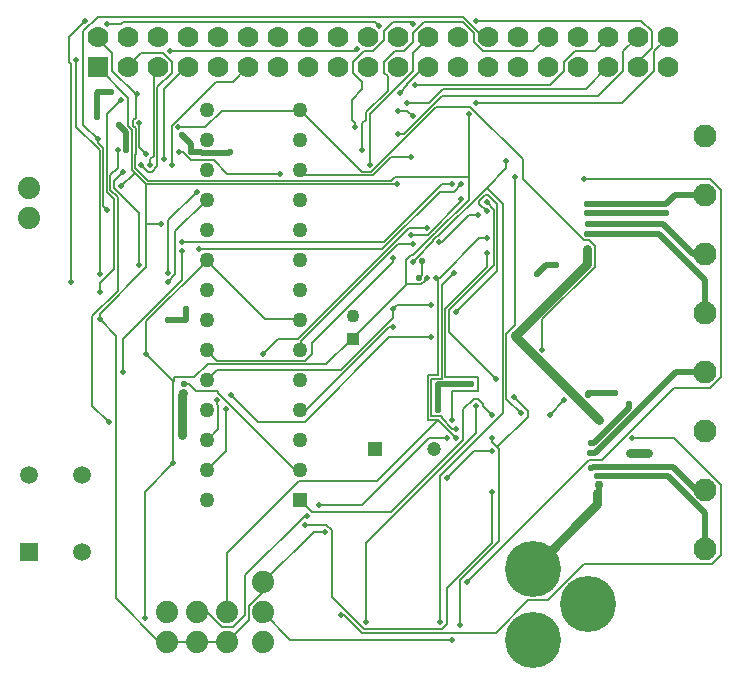
<source format=gbr>
G04 EAGLE Gerber RS-274X export*
G75*
%MOIN*%
%FSLAX34Y34*%
%LPD*%
%INBottom Copper*%
%IPPOS*%
%AMOC8*
5,1,8,0,0,1.08239X$1,22.5*%
G01*
%ADD10R,0.047244X0.047244*%
%ADD11C,0.047244*%
%ADD12R,0.043307X0.043307*%
%ADD13C,0.043307*%
%ADD14C,0.186732*%
%ADD15C,0.076772*%
%ADD16C,0.074000*%
%ADD17R,0.059055X0.059055*%
%ADD18C,0.059055*%
%ADD19R,0.050197X0.050197*%
%ADD20C,0.050197*%
%ADD21R,0.070000X0.070000*%
%ADD22C,0.070000*%
%ADD23C,0.006000*%
%ADD24C,0.020000*%
%ADD25C,0.022000*%
%ADD26C,0.030000*%
%ADD27C,0.030000*%
%ADD28C,0.020000*%


D10*
X12550Y7457D03*
D11*
X14519Y7457D03*
D12*
X11800Y11100D03*
D13*
X11800Y11887D03*
D14*
X17794Y3446D03*
X17794Y1084D03*
X19644Y2265D03*
D15*
X23550Y4095D03*
X23550Y6063D03*
X23550Y8032D03*
X23550Y10000D03*
X23550Y11969D03*
X23550Y13937D03*
X23550Y15906D03*
X23550Y17874D03*
D16*
X1000Y15140D03*
X1000Y16140D03*
D17*
X1000Y4000D03*
D18*
X1000Y6559D03*
X2772Y4000D03*
X2772Y6559D03*
D19*
X10059Y5726D03*
D20*
X10059Y6726D03*
X10059Y11726D03*
X10059Y12726D03*
X10059Y7726D03*
X10059Y8726D03*
X10059Y10726D03*
X10059Y9726D03*
X10059Y13726D03*
X10059Y14726D03*
X10059Y15726D03*
X10059Y16726D03*
X10059Y17726D03*
X10059Y18726D03*
X6941Y18726D03*
X6941Y17726D03*
X6941Y16726D03*
X6941Y15726D03*
X6941Y14726D03*
X6941Y13726D03*
X6941Y12726D03*
X6941Y11726D03*
X6941Y10726D03*
X6941Y9726D03*
X6941Y8726D03*
X6941Y7726D03*
X6941Y6726D03*
X6941Y5726D03*
D21*
X3295Y20169D03*
D22*
X3295Y21169D03*
X4295Y20169D03*
X4295Y21169D03*
X5295Y20169D03*
X5295Y21169D03*
X6295Y20169D03*
X6295Y21169D03*
X7295Y20169D03*
X7295Y21169D03*
X8295Y20169D03*
X8295Y21169D03*
X9295Y20169D03*
X9295Y21169D03*
X10295Y20169D03*
X10295Y21169D03*
X11295Y20169D03*
X11295Y21169D03*
X12295Y20169D03*
X12295Y21169D03*
X13295Y20169D03*
X13295Y21169D03*
X14295Y20169D03*
X14295Y21169D03*
X15295Y20169D03*
X15295Y21169D03*
X16295Y20169D03*
X16295Y21169D03*
X17295Y20169D03*
X17295Y21169D03*
X18295Y20169D03*
X18295Y21169D03*
X19295Y20169D03*
X19295Y21169D03*
X20295Y20169D03*
X20295Y21169D03*
X21295Y20169D03*
X21295Y21169D03*
X22295Y20169D03*
X22295Y21169D03*
D16*
X7600Y2000D03*
X7600Y1000D03*
X6600Y2000D03*
X6600Y1000D03*
X5600Y2000D03*
X5600Y1000D03*
X8800Y1000D03*
X8800Y2000D03*
X8800Y3000D03*
D23*
X4920Y10620D02*
X4920Y11700D01*
X6900Y13680D01*
X6941Y13726D01*
X5820Y9720D02*
X5820Y6960D01*
X5820Y9720D02*
X4920Y10620D01*
X4860Y6000D02*
X4860Y1800D01*
X4860Y6000D02*
X5820Y6960D01*
X8880Y11760D02*
X10020Y11760D01*
X8880Y11760D02*
X6960Y13680D01*
X10020Y11760D02*
X10059Y11726D01*
X6960Y13680D02*
X6941Y13726D01*
X4560Y19260D02*
X3780Y20040D01*
X3780Y20640D01*
X3300Y21120D01*
X3295Y21169D01*
X11800Y11130D02*
X13606Y12936D01*
X11800Y11130D02*
X11800Y11100D01*
X15660Y16500D02*
X15660Y18600D01*
X13740Y13920D02*
X13560Y13740D01*
X13560Y12983D01*
X4560Y18480D02*
X4560Y19260D01*
X4980Y16380D02*
X13080Y16380D01*
X13200Y16500D01*
X15660Y16500D01*
X4620Y19260D02*
X4560Y19260D01*
X6960Y10260D02*
X10920Y10260D01*
X11760Y11100D01*
X11800Y11100D01*
D24*
X4920Y10620D03*
X5820Y6960D03*
X4860Y1800D03*
X4620Y19260D03*
X14280Y13140D03*
X15660Y18600D03*
D23*
X5835Y9825D02*
X5835Y9720D01*
X5820Y9720D01*
X6525Y9825D02*
X6960Y10260D01*
X6525Y9825D02*
X5835Y9825D01*
X13740Y13920D02*
X13822Y13920D01*
X14552Y14650D02*
X14559Y14650D01*
X15660Y15751D01*
X15660Y16500D01*
X14552Y14650D02*
X13822Y13920D01*
X13606Y12936D02*
X14093Y12936D01*
X14210Y13053D01*
X14210Y13070D01*
X14280Y13140D01*
X13606Y12936D02*
X13560Y12983D01*
X4570Y17267D02*
X4570Y17533D01*
X4560Y17543D01*
X4550Y16810D02*
X4980Y16380D01*
X4550Y16810D02*
X4550Y17247D01*
X4570Y17267D01*
X4490Y18410D02*
X4560Y18480D01*
X4490Y18198D02*
X4560Y18128D01*
X4490Y18198D02*
X4490Y18410D01*
X4560Y18128D02*
X4560Y17543D01*
X10500Y4680D02*
X10860Y4680D01*
X10500Y4680D02*
X8820Y3000D01*
X8800Y3000D01*
X6600Y1020D02*
X5640Y1020D01*
X5600Y1000D01*
X6600Y1020D02*
X7560Y1020D01*
X7600Y1000D01*
X6600Y1020D02*
X6600Y1000D01*
X8760Y2640D02*
X8760Y3000D01*
X8760Y2640D02*
X8340Y2220D01*
X8340Y1740D01*
X7600Y1000D01*
X8760Y3000D02*
X8800Y3000D01*
X13320Y18720D02*
X13620Y18720D01*
X13800Y18540D01*
X3360Y11940D02*
X3360Y11760D01*
X3360Y11940D02*
X4920Y13500D01*
X4920Y14940D02*
X4920Y16260D01*
X4920Y14940D02*
X4920Y13500D01*
X4920Y16260D02*
X4500Y16680D01*
X4320Y19140D02*
X3300Y20160D01*
X3295Y20169D01*
X4920Y14940D02*
X5400Y14940D01*
X4920Y16260D02*
X13260Y16260D01*
X4500Y16620D02*
X4080Y16200D01*
X4500Y16620D02*
X4500Y16680D01*
X5340Y1020D02*
X5580Y1020D01*
X5340Y1020D02*
X3900Y2460D01*
X3900Y11220D01*
X3360Y11760D01*
X5580Y1020D02*
X5600Y1000D01*
D24*
X10860Y4680D03*
X13320Y18720D03*
X13800Y18540D03*
X3360Y11760D03*
X5400Y14940D03*
X13260Y16260D03*
X4080Y16200D03*
D23*
X4450Y17483D02*
X4440Y17493D01*
X4450Y17483D02*
X4450Y17317D01*
X4430Y17297D01*
X4430Y16750D01*
X4500Y16680D01*
X4320Y18199D02*
X4320Y19140D01*
X4320Y18199D02*
X4440Y18079D01*
X4440Y17493D01*
X4740Y16920D02*
X4980Y16680D01*
X5100Y16680D01*
X5280Y16860D01*
X5280Y19500D01*
X5760Y19980D01*
X5760Y20340D01*
X5460Y20640D01*
X4740Y20640D01*
X4320Y20220D01*
X4295Y20169D01*
D24*
X4740Y16920D03*
D23*
X5040Y16920D02*
X5040Y17100D01*
X5160Y17220D01*
X5160Y20040D01*
X5280Y20160D01*
X5295Y20169D01*
D24*
X5040Y16920D03*
D23*
X5520Y17100D02*
X5520Y19440D01*
X6240Y20160D01*
X6295Y20169D01*
D24*
X5520Y17100D03*
D23*
X7800Y19680D02*
X8280Y20160D01*
X8295Y20169D01*
D24*
X5760Y16920D03*
D23*
X7229Y19680D02*
X7800Y19680D01*
X7229Y19680D02*
X5760Y18211D01*
X5760Y16920D01*
X3360Y17400D02*
X3360Y13260D01*
X3360Y17400D02*
X2580Y18180D01*
X2580Y20400D01*
D24*
X3360Y13260D03*
X2580Y20400D03*
D23*
X2400Y20280D02*
X2400Y13020D01*
X2400Y20280D02*
X2340Y20340D01*
X2340Y21180D01*
X2880Y21720D01*
X3600Y21600D02*
X4080Y21600D01*
X4140Y21660D01*
X12540Y21660D01*
X12660Y21540D01*
D24*
X2400Y13020D03*
X2880Y21720D03*
X3600Y21600D03*
X12660Y21540D03*
D23*
X13620Y19560D02*
X13380Y19320D01*
X13620Y19560D02*
X13620Y19620D01*
X14160Y20160D01*
X14280Y20160D01*
X14295Y20169D01*
D24*
X13380Y19320D03*
D23*
X11880Y20700D02*
X5700Y20700D01*
X11880Y20700D02*
X11940Y20760D01*
D24*
X5700Y20700D03*
X11940Y20760D03*
D23*
X12780Y14100D02*
X6660Y14100D01*
X12780Y14100D02*
X14700Y16020D01*
X15180Y16020D01*
X15420Y16260D01*
D24*
X6660Y14100D03*
X15420Y16260D03*
D23*
X12840Y14340D02*
X6120Y14340D01*
X12840Y14340D02*
X14760Y16260D01*
X15120Y16260D01*
D24*
X6120Y14340D03*
X15120Y16260D03*
D23*
X14340Y18960D02*
X13620Y18960D01*
X14340Y18960D02*
X14820Y19440D01*
X19560Y19440D01*
X20280Y20160D01*
X20295Y20169D01*
D24*
X13620Y18960D03*
D23*
X11880Y18300D02*
X11880Y18180D01*
X11880Y18300D02*
X11760Y18420D01*
X11760Y19080D01*
X12120Y19440D01*
X12120Y19680D01*
X11820Y19980D01*
X11820Y20340D01*
X12180Y20700D01*
X12480Y20700D01*
X12840Y21060D01*
X12840Y21360D01*
X13140Y21660D01*
X13740Y21660D01*
X13800Y21600D01*
X15900Y21720D02*
X21420Y21720D01*
X21780Y21360D01*
X21780Y20820D01*
X21300Y20340D01*
X21300Y20220D01*
X21295Y20169D01*
D24*
X11880Y18180D03*
X13800Y21600D03*
X15900Y21720D03*
D23*
X12360Y18600D02*
X12360Y16920D01*
X12360Y18600D02*
X13800Y20040D01*
X13800Y20640D01*
X14280Y21120D01*
X14295Y21169D01*
D24*
X12360Y16920D03*
D23*
X3300Y17640D02*
X3300Y17760D01*
X3300Y17640D02*
X3480Y17460D01*
X3480Y15540D01*
X3600Y15420D01*
X16140Y21180D02*
X16260Y21180D01*
X16140Y21180D02*
X15480Y21840D01*
X3300Y21840D01*
X2820Y21360D01*
X2820Y18240D01*
X3300Y17760D01*
X16260Y21180D02*
X16295Y21169D01*
D24*
X3300Y17760D03*
X3600Y15420D03*
D23*
X12120Y17400D02*
X12120Y18300D01*
X12240Y18420D01*
X12240Y18660D01*
X12960Y19380D01*
X12960Y19860D01*
X12840Y19980D01*
X12840Y20340D01*
X13200Y20700D01*
X13500Y20700D01*
X13800Y21000D01*
X13800Y21300D01*
X14160Y21660D01*
X15480Y21660D01*
X15840Y21300D01*
X15840Y21000D01*
X16140Y20700D01*
X17820Y20700D01*
X18240Y21120D01*
X18295Y21169D01*
D24*
X12120Y17400D03*
D23*
X13860Y19560D02*
X18360Y19560D01*
X18840Y20040D01*
X18840Y20340D01*
X19200Y20700D01*
X19860Y20700D01*
X20280Y21120D01*
X20295Y21169D01*
D24*
X13860Y19560D03*
D23*
X13500Y17940D02*
X13320Y17940D01*
X13500Y17940D02*
X14760Y19200D01*
X19980Y19200D01*
X20820Y20040D01*
X20820Y20700D01*
X21240Y21120D01*
X21295Y21169D01*
D24*
X13320Y17940D03*
D23*
X15900Y18960D02*
X20760Y18960D01*
X21840Y20040D01*
X21840Y20700D01*
X22260Y21120D01*
X22295Y21169D01*
D24*
X15900Y18960D03*
D23*
X16140Y8880D02*
X16440Y8580D01*
X16140Y8880D02*
X16140Y8940D01*
X15960Y9120D01*
X15840Y9120D01*
X15480Y8760D01*
X15480Y7740D01*
X13080Y5340D01*
X10440Y5340D01*
X10080Y5700D01*
X10059Y5726D01*
X17220Y11580D02*
X17220Y16500D01*
X17220Y11580D02*
X16920Y11280D01*
X16920Y9120D01*
X17400Y8640D01*
D24*
X16440Y8580D03*
X17220Y16500D03*
X17400Y8640D03*
D23*
X3720Y16080D02*
X3720Y16560D01*
X3720Y16080D02*
X3960Y15840D01*
X3960Y12720D01*
X3120Y11880D01*
X3120Y8880D01*
X3660Y8340D01*
D24*
X3660Y8340D03*
X3980Y17400D03*
D23*
X3980Y16820D02*
X3720Y16560D01*
X3980Y16820D02*
X3980Y17400D01*
X7560Y8760D02*
X7560Y7380D01*
X6960Y6780D01*
X6941Y6726D01*
D24*
X4680Y18300D03*
X4920Y17280D03*
X6000Y17340D03*
X9360Y16620D03*
X7560Y8760D03*
D23*
X4920Y17280D02*
X4690Y17510D01*
X4690Y17582D01*
X4680Y17592D01*
X4680Y18300D01*
X6000Y17340D02*
X6127Y17340D01*
X6401Y17067D01*
X7610Y16620D02*
X9360Y16620D01*
X7610Y16620D02*
X7163Y17067D01*
X6401Y17067D01*
X15660Y15240D02*
X15960Y15240D01*
X15660Y15240D02*
X14760Y14340D01*
X14280Y14820D02*
X13680Y14820D01*
X9960Y11100D01*
X9300Y11100D01*
X8820Y10620D01*
X7260Y9060D02*
X7260Y8940D01*
X7320Y8880D01*
X7320Y8100D01*
X6960Y7740D01*
X6941Y7726D01*
D24*
X15960Y15240D03*
X14280Y14820D03*
X8820Y10620D03*
X7260Y9060D03*
X14680Y14340D03*
D23*
X14760Y14340D01*
X16020Y15600D02*
X16260Y15360D01*
X16020Y15600D02*
X16020Y15720D01*
X16200Y15900D01*
X16320Y15900D01*
X16620Y15600D01*
X16620Y13380D01*
X15240Y12000D01*
X14400Y11160D02*
X13020Y11160D01*
X10200Y8340D01*
X8640Y8340D01*
X7740Y9240D01*
D24*
X16260Y15360D03*
X15240Y12000D03*
X14400Y11160D03*
X7740Y9240D03*
D23*
X5640Y13020D02*
X5880Y13260D01*
X5880Y14700D01*
X6900Y15720D01*
X6941Y15726D01*
D24*
X5640Y13020D03*
D23*
X5640Y13320D02*
X5640Y15060D01*
X6600Y16020D01*
D24*
X5640Y13320D03*
X6600Y16020D03*
D23*
X4680Y15300D02*
X4680Y13560D01*
X4680Y15300D02*
X3840Y16140D01*
X3840Y16380D01*
X4140Y16680D01*
D24*
X4680Y13560D03*
X4140Y16680D03*
D23*
X18120Y11760D02*
X18120Y10740D01*
X18120Y11760D02*
X19860Y13500D01*
X19860Y14220D01*
X19680Y14400D01*
X19500Y14400D01*
X17460Y16440D01*
X17460Y17100D01*
X15720Y18840D01*
X14580Y18840D01*
X12420Y16680D01*
X12120Y16680D01*
X10080Y18720D01*
X10059Y18726D01*
X10020Y18720D02*
X7440Y18720D01*
X10020Y18720D02*
X10059Y18726D01*
D24*
X18120Y10740D03*
X5978Y18160D03*
D23*
X6880Y18160D02*
X7440Y18720D01*
X6880Y18160D02*
X5978Y18160D01*
X9840Y6780D02*
X10020Y6780D01*
X9840Y6780D02*
X7320Y9300D01*
X10020Y6780D02*
X10059Y6726D01*
X7320Y9300D02*
X7320Y9360D01*
X6575Y9360D01*
D25*
X6160Y9620D03*
D23*
X6180Y9600D01*
X6335Y9600D01*
X6575Y9360D01*
X6120Y13080D02*
X6120Y14040D01*
X6120Y13080D02*
X4140Y11100D01*
X4140Y10020D01*
D24*
X6120Y14040D03*
X4140Y10020D03*
D23*
X13080Y17160D02*
X13740Y17160D01*
X13080Y17160D02*
X12480Y16560D01*
X10200Y16560D01*
X10080Y16680D01*
X10059Y16726D01*
D24*
X13740Y17160D03*
D23*
X15840Y7380D02*
X16440Y7380D01*
X15840Y7380D02*
X14940Y6480D01*
D24*
X16440Y7380D03*
X14940Y6480D03*
D26*
X20000Y8400D03*
D27*
X17200Y11200D01*
D26*
X17200Y11200D03*
D27*
X19600Y13600D01*
X19600Y14118D01*
D28*
X20000Y6028D02*
X19954Y5983D01*
D26*
X20000Y6230D03*
D28*
X20000Y6028D01*
D25*
X19600Y14118D03*
D27*
X19954Y5983D02*
X19954Y5607D01*
X17794Y3446D01*
D23*
X3360Y12660D02*
X3360Y12960D01*
X3840Y13440D01*
X3840Y15780D01*
X3600Y16020D01*
X3600Y18600D01*
X4080Y19080D01*
D24*
X3360Y12660D03*
X4080Y19080D03*
D25*
X19950Y6550D03*
D28*
X23550Y5294D02*
X23550Y4095D01*
X22294Y6550D02*
X19950Y6550D01*
X22294Y6550D02*
X23550Y5294D01*
X22463Y6850D02*
X19800Y6850D01*
X23250Y6063D02*
X23550Y6063D01*
X23250Y6063D02*
X22463Y6850D01*
D25*
X19750Y6815D03*
D28*
X19765Y6815D01*
X19800Y6850D01*
D25*
X19700Y7300D03*
D28*
X22568Y10000D02*
X23550Y10000D01*
X22568Y10000D02*
X19868Y7300D01*
X19700Y7300D01*
D25*
X19750Y7650D03*
D28*
X19850Y7650D02*
X21000Y8800D01*
X19850Y7650D02*
X19750Y7650D01*
X21000Y8800D02*
X21000Y8950D01*
D25*
X21000Y8950D03*
D23*
X16440Y6000D02*
X16440Y4320D01*
X14940Y2820D01*
X14940Y1620D01*
X14760Y1440D01*
X12180Y1440D01*
X11100Y2520D01*
X11100Y4740D01*
X10920Y4920D01*
X10200Y4920D01*
X16260Y13500D02*
X16260Y13980D01*
X16260Y13500D02*
X14880Y12120D01*
D24*
X16440Y6000D03*
X10200Y4920D03*
X16260Y13980D03*
X15120Y8400D03*
D23*
X15975Y9375D02*
X15975Y9825D01*
X15120Y9375D02*
X15120Y8400D01*
X14880Y9825D02*
X14880Y12120D01*
X15120Y9375D02*
X15975Y9375D01*
X15975Y9825D02*
X14880Y9825D01*
X15120Y8100D02*
X15240Y8100D01*
X15120Y8100D02*
X14760Y8460D01*
X14760Y12900D02*
X15180Y13320D01*
X6960Y1980D02*
X6600Y1980D01*
X6960Y1980D02*
X7440Y1500D01*
X7800Y1500D01*
X8220Y1920D01*
X8220Y3240D01*
X10200Y5220D01*
X10260Y5220D01*
X10680Y5580D02*
X12120Y5580D01*
X14340Y7800D01*
X14940Y7800D01*
X6600Y2000D02*
X6600Y1980D01*
D24*
X15240Y8100D03*
X15180Y13320D03*
X10260Y5220D03*
X10680Y5580D03*
X14940Y7800D03*
D23*
X14760Y9790D02*
X14760Y12900D01*
X14760Y8525D02*
X14425Y8525D01*
X14760Y8525D02*
X14760Y8460D01*
X14760Y9790D02*
X14425Y9790D01*
X14425Y8525D01*
X14640Y13140D02*
X14700Y13140D01*
X16020Y14460D01*
X16260Y14460D01*
X14640Y8400D02*
X15240Y7800D01*
X14640Y13140D02*
X14580Y13140D01*
X7620Y3960D02*
X7620Y2040D01*
X7620Y3960D02*
X10020Y6360D01*
X12600Y6360D01*
X14640Y8400D01*
X7620Y2040D02*
X7600Y2000D01*
D24*
X14580Y13140D03*
X16260Y14460D03*
X15240Y7800D03*
D23*
X14640Y9910D02*
X14640Y13140D01*
X14640Y8405D02*
X14305Y8405D01*
X14640Y8405D02*
X14640Y8400D01*
X14640Y9910D02*
X14305Y9910D01*
X14305Y8405D01*
X16440Y7800D02*
X16440Y7680D01*
X16620Y7500D02*
X16680Y7440D01*
X16620Y7500D02*
X16440Y7680D01*
X16680Y7440D02*
X16680Y4380D01*
X15360Y3060D01*
X15360Y1560D01*
X15120Y1080D02*
X9720Y1080D01*
X8800Y2000D01*
X16500Y15420D02*
X16260Y15660D01*
X16500Y15420D02*
X16500Y13560D01*
X15000Y12060D01*
X15000Y11340D01*
X16560Y9780D01*
X17160Y9180D02*
X17640Y8700D01*
X17640Y8520D01*
X16620Y7500D01*
D24*
X16440Y7800D03*
X15360Y1560D03*
X15120Y1080D03*
X16260Y15660D03*
X16560Y9780D03*
X17160Y9180D03*
D25*
X17950Y13280D03*
X18584Y13566D03*
D28*
X18236Y13566D02*
X17950Y13280D01*
X18236Y13566D02*
X18584Y13566D01*
D25*
X19600Y14600D03*
D28*
X22019Y14600D01*
X23550Y13069D02*
X23550Y11969D01*
X23550Y13069D02*
X22019Y14600D01*
D25*
X19650Y14950D03*
D28*
X22137Y14950D01*
X23150Y13937D02*
X23550Y13937D01*
X23150Y13937D02*
X22137Y14950D01*
D25*
X19600Y15300D03*
D28*
X22250Y15300D01*
D25*
X22250Y15300D03*
X19600Y15600D03*
D28*
X22244Y15600D01*
X22550Y15906D02*
X23550Y15906D01*
X22550Y15906D02*
X22244Y15600D01*
D23*
X18840Y9060D02*
X18360Y8580D01*
D24*
X18840Y9060D03*
X18360Y8580D03*
D25*
X6100Y8700D03*
D27*
X6100Y7900D01*
D25*
X6100Y7900D03*
X19650Y9250D03*
D28*
X19650Y9300D01*
X20550Y9300D01*
D25*
X20550Y9300D03*
X3270Y18506D03*
D28*
X3306Y19350D02*
X3750Y19350D01*
D25*
X3750Y19350D03*
X3306Y19350D03*
X15750Y9600D03*
D28*
X14650Y9600D01*
X14650Y8750D01*
D25*
X14650Y8750D03*
X5650Y11746D03*
D28*
X6250Y11746D01*
X6250Y12100D01*
D25*
X6250Y12100D03*
D27*
X6100Y9250D02*
X6100Y8700D01*
X6100Y9250D02*
X6150Y9300D01*
D25*
X6150Y9300D03*
X21050Y7300D03*
D27*
X21650Y7300D01*
D25*
X21650Y7300D03*
X14100Y13700D03*
D23*
X14100Y13250D01*
X14010Y13160D01*
D25*
X14010Y13136D03*
D23*
X14010Y13160D02*
X14010Y13160D01*
X14010Y13136D01*
D25*
X4000Y18250D03*
D28*
X4250Y18000D02*
X4250Y17400D01*
D25*
X4250Y17400D03*
X6100Y17900D03*
D28*
X6400Y17600D01*
X6400Y17350D01*
D25*
X6400Y17350D03*
D28*
X4250Y18000D02*
X4000Y18250D01*
X3270Y18506D02*
X3270Y19314D01*
X3306Y19350D01*
D25*
X7700Y17350D03*
D28*
X6735Y17350D02*
X6400Y17350D01*
X6735Y17350D02*
X6771Y17315D01*
X7665Y17315D02*
X7700Y17350D01*
X7665Y17315D02*
X6771Y17315D01*
D23*
X12240Y4320D02*
X12240Y1680D01*
X12240Y4320D02*
X15900Y7980D01*
X15900Y8880D01*
D24*
X12240Y1680D03*
X15900Y8880D03*
D23*
X11520Y1920D02*
X11400Y1920D01*
X11520Y1920D02*
X12120Y1320D01*
X16560Y1320D01*
X17640Y2400D01*
X18300Y2400D01*
X19500Y3600D01*
X23760Y3600D01*
X24060Y3900D01*
X24060Y6240D01*
X22500Y7800D01*
X21120Y7800D01*
D24*
X11400Y1920D03*
X21120Y7800D03*
D23*
X13140Y13680D02*
X13140Y13800D01*
X13140Y13680D02*
X10440Y10980D01*
X10440Y10620D01*
X10200Y10380D01*
X7260Y10380D01*
X6960Y10680D01*
X6941Y10726D01*
D24*
X13140Y13800D03*
X15420Y15780D03*
X13740Y14580D03*
D23*
X14309Y14580D01*
X15420Y15691D01*
X15420Y15780D01*
X13140Y12120D02*
X13140Y11820D01*
X11400Y10080D01*
X7260Y10080D01*
X6960Y9780D01*
X6941Y9726D01*
X13260Y12240D02*
X14400Y12240D01*
X13260Y12240D02*
X13140Y12120D01*
D24*
X13140Y12120D03*
X14400Y12240D03*
D23*
X13140Y11520D02*
X13020Y11520D01*
X10260Y8760D01*
X10080Y8760D01*
X10059Y8726D01*
D24*
X13140Y11520D03*
D23*
X13320Y14280D02*
X13800Y14280D01*
X13320Y14280D02*
X10080Y11040D01*
X10080Y10740D01*
X10059Y10726D01*
D24*
X13800Y14280D03*
D23*
X16260Y16140D02*
X16920Y16800D01*
X16920Y17040D01*
X14700Y6540D02*
X14700Y1680D01*
X14700Y6540D02*
X16800Y8640D01*
X16800Y15600D01*
X16260Y16140D01*
D24*
X13800Y13680D03*
X16920Y17040D03*
X14700Y1680D03*
D23*
X14650Y14530D02*
X16260Y16140D01*
X14650Y14530D02*
X14601Y14530D01*
X14490Y14419D01*
X13900Y13783D02*
X13900Y13780D01*
X13800Y13680D01*
X14490Y14373D02*
X14490Y14419D01*
X14490Y14373D02*
X13900Y13783D01*
X19680Y7080D02*
X15600Y3000D01*
X19680Y7080D02*
X20100Y7080D01*
X22500Y9480D01*
X23700Y9480D01*
X24060Y9840D01*
X24060Y16080D01*
X23700Y16440D01*
X19500Y16440D01*
D24*
X15600Y3000D03*
X19500Y16440D03*
M02*

</source>
